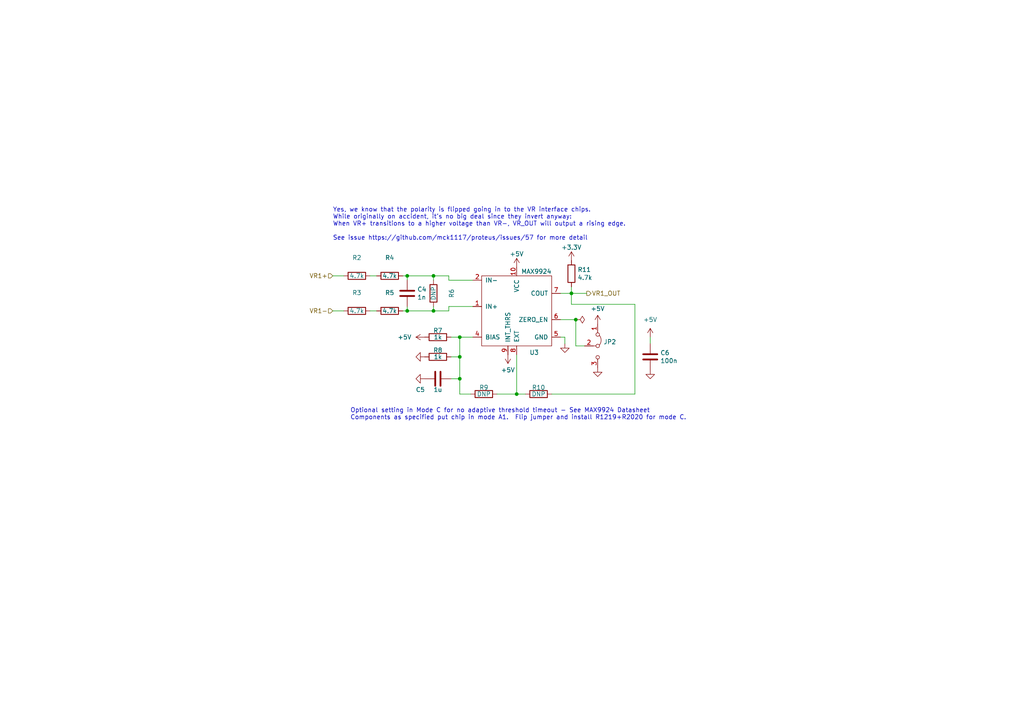
<source format=kicad_sch>
(kicad_sch (version 20230121) (generator eeschema)
  (paper "A4")
  (title_block (title "Polygonus Universal 88p") (date "2023-11-12") (rev "v1.0") (company "FutureProofPerformance.com"))
  (lib_symbols
    (symbol "Device:C" (pin_numbers hide) (pin_names (offset 0.254))
      (property "Reference" "C" (at 0.635 2.54 0))
      (property "Value" "C" (at 0.635 -2.54 0))
      (symbol "C_0_1"
        (polyline (pts (xy -2.032 -0.762) (xy 2.032 -0.762)) (stroke (width 0.508)))
        (polyline (pts (xy -2.032 0.762) (xy 2.032 0.762)) (stroke (width 0.508)))
      )
      (symbol "C_1_1"
        (pin passive line (at 0 3.81 270) (length 2.794) (name "~") (number "1"))
        (pin passive line (at 0 -3.81 90) (length 2.794) (name "~") (number "2"))
      )
    )
    (symbol "Device:R" (pin_numbers hide) (pin_names (offset 0))
      (property "Reference" "R" (at 2.032 0 90))
      (property "Value" "R" (at 0 0 90))
      (symbol "R_0_1"
        (rectangle (start -1.016 -2.54) (end 1.016 2.54) (stroke (width 0.254)))
      )
      (symbol "R_1_1"
        (pin passive line (at 0 3.81 270) (length 1.27) (name "~") (number "1"))
        (pin passive line (at 0 -3.81 90) (length 1.27) (name "~") (number "2"))
      )
    )
    (symbol "GND_1" (power) (pin_names (offset 0))
      (property "Value" "GND_1" (at 0 -3.81 0))
      (symbol "GND_1_0_1"
        (polyline (pts (xy 0 0) (xy 0 -1.27) (xy 1.27 -1.27) (xy 0 -2.54) (xy -1.27 -1.27) (xy 0 -1.27)))
      )
      (symbol "GND_1_1_1"
        (pin power_in line (at 0 0 270) (length 0) hide (name "GND") (number "1"))
      )
    )
    (symbol "Jumper:Jumper_3_Bridged12" (pin_names (offset 0) hide)
      (property "Reference" "JP" (at -2.54 -2.54 0))
      (property "Value" "Jumper_3_Bridged12" (at 0 2.794 0))
      (symbol "Jumper_3_Bridged12_0_0"
        (circle (center -3.302 0) (radius 0.508))
        (circle (center 0 0) (radius 0.508))
        (circle (center 3.302 0) (radius 0.508))
      )
      (symbol "Jumper_3_Bridged12_0_1"
        (arc (start -0.254 0.508) (mid -1.651 0.9912) (end -3.048 0.508))
        (polyline (pts (xy 0 -1.27) (xy 0 -0.508)))
      )
      (symbol "Jumper_3_Bridged12_1_1"
        (pin passive line (at -6.35 0 0) (length 2.54) (name "A") (number "1"))
        (pin input line (at 0 -3.81 90) (length 2.54) (name "C") (number "2"))
        (pin passive line (at 6.35 0 180) (length 2.54) (name "B") (number "3"))
      )
    )
    (symbol "Simon:DNP" (pin_numbers hide) (pin_names (offset 0))
      (property "Reference" "R8" (at 0 1.905 90))
      (property "Value" "DNP" (at 0 0 90))
      (symbol "DNP_0_1"
        (rectangle (start -1.016 -2.54) (end 1.016 2.54) (stroke (width 0.254)))
      )
      (symbol "DNP_1_1"
        (pin passive line (at 0 3.81 270) (length 1.27) (name "~") (number "1"))
        (pin passive line (at 0 -3.81 90) (length 1.27) (name "~") (number "2"))
      )
    )
    (symbol "Simon:MAX9924" (pin_names (offset 1.016))
      (property "Reference" "U3" (at 5.08 -12.065 0))
      (property "Value" "MAX9924" (at 5.715 11.43 0))
      (symbol "MAX9924_0_1"
        (rectangle (start -10.16 10.16) (end 10.16 -10.16))
      )
      (symbol "MAX9924_1_1"
        (pin input line (at -12.7 1.27 0) (length 2.54) (name "IN+") (number "1"))
        (pin power_in line (at 0 12.7 270) (length 2.54) (name "VCC") (number "10"))
        (pin input line (at -12.7 8.89 0) (length 2.54) (name "IN-") (number "2"))
        (pin no_connect line (at 0 -5.08 0) (length 2.54) hide (name "~") (number "3"))
        (pin input line (at -12.7 -7.62 0) (length 2.54) (name "BIAS") (number "4"))
        (pin power_in line (at 12.7 -7.62 180) (length 2.54) (name "GND") (number "5"))
        (pin input line (at 12.7 -2.54 180) (length 2.54) (name "ZERO_EN") (number "6"))
        (pin output line (at 12.7 5.08 180) (length 2.54) (name "COUT") (number "7"))
        (pin input line (at 0 -12.7 90) (length 2.54) (name "EXT") (number "8"))
        (pin input line (at -2.54 -12.7 90) (length 2.54) (name "INT_THRS") (number "9"))
      )
    )
    (symbol "power:+3.3V" (power) (pin_names (offset 0))
      (property "Value" "+3.3V" (at 0 3.556 0))
      (symbol "+3.3V_0_1"
        (polyline (pts (xy -0.762 1.27) (xy 0 2.54)))
        (polyline (pts (xy 0 0) (xy 0 2.54)))
        (polyline (pts (xy 0 2.54) (xy 0.762 1.27)))
      )
      (symbol "+3.3V_1_1"
        (pin power_in line (at 0 0 90) (length 0) hide (name "+3.3V") (number "1"))
      )
    )
    (symbol "power:+5V" (power) (pin_names (offset 0))
      (property "Value" "+5V" (at 0 3.556 0))
      (symbol "+5V_0_1"
        (polyline (pts (xy -0.762 1.27) (xy 0 2.54)))
        (polyline (pts (xy 0 0) (xy 0 2.54)))
        (polyline (pts (xy 0 2.54) (xy 0.762 1.27)))
      )
      (symbol "+5V_1_1"
        (pin power_in line (at 0 0 90) (length 0) hide (name "+5V") (number "1"))
      )
    )
    (symbol "power:PWR_FLAG" (power) (pin_numbers hide) (pin_names (offset 0) hide)
      (property "Value" "PWR_FLAG" (at 0 3.81 0))
      (symbol "PWR_FLAG_0_0"
        (pin power_out line (at 0 0 90) (length 0) (name "pwr") (number "1"))
      )
      (symbol "PWR_FLAG_0_1"
        (polyline (pts (xy 0 0) (xy 0 1.27) (xy -1.016 1.905) (xy 0 2.54) (xy 1.016 1.905) (xy 0 1.27)))
      )
    )
  )
  (junction (at 125.73 90.17))
  (junction (at 149.86 114.3))
  (junction (at 118.11 80.01))
  (junction (at 167.005 92.71))
  (junction (at 133.35 103.505))
  (junction (at 125.73 80.01))
  (junction (at 133.35 97.79))
  (junction (at 165.735 85.09))
  (junction (at 133.35 109.855))
  (junction (at 118.11 90.17))
  (wire (pts (xy 133.35 109.855) (xy 133.35 103.505)))
  (wire (pts (xy 130.81 109.855) (xy 133.35 109.855)))
  (wire (pts (xy 184.15 88.265) (xy 165.735 88.265)))
  (wire (pts (xy 170.18 85.09) (xy 165.735 85.09)))
  (wire (pts (xy 130.81 97.79) (xy 133.35 97.79)))
  (wire (pts (xy 152.4 114.3) (xy 149.86 114.3)))
  (wire (pts (xy 130.81 103.505) (xy 133.35 103.505)))
  (wire (pts (xy 133.35 103.505) (xy 133.35 97.79)))
  (wire (pts (xy 165.735 88.265) (xy 165.735 85.09)))
  (wire (pts (xy 116.84 80.01) (xy 118.11 80.01)))
  (wire (pts (xy 125.73 81.28) (xy 125.73 80.01)))
  (wire (pts (xy 184.15 114.3) (xy 184.15 88.265)))
  (wire (pts (xy 130.175 88.9) (xy 130.175 90.17)))
  (wire (pts (xy 130.175 81.28) (xy 137.16 81.28)))
  (wire (pts (xy 130.175 90.17) (xy 125.73 90.17)))
  (wire (pts (xy 165.735 85.09) (xy 162.56 85.09)))
  (wire (pts (xy 96.52 80.01) (xy 99.695 80.01)))
  (wire (pts (xy 125.73 80.01) (xy 118.11 80.01)))
  (wire (pts (xy 149.86 114.3) (xy 144.145 114.3)))
  (wire (pts (xy 133.35 97.79) (xy 137.16 97.79)))
  (wire (pts (xy 163.83 97.79) (xy 162.56 97.79)))
  (wire (pts (xy 109.22 80.01) (xy 107.315 80.01)))
  (wire (pts (xy 162.56 92.71) (xy 167.005 92.71)))
  (wire (pts (xy 133.35 114.3) (xy 136.525 114.3)))
  (wire (pts (xy 125.73 90.17) (xy 125.73 88.9)))
  (wire (pts (xy 125.73 80.01) (xy 130.175 80.01)))
  (wire (pts (xy 149.86 102.87) (xy 149.86 114.3)))
  (wire (pts (xy 165.735 83.185) (xy 165.735 85.09)))
  (wire (pts (xy 133.35 109.855) (xy 133.35 114.3)))
  (wire (pts (xy 163.83 99.695) (xy 163.83 97.79)))
  (wire (pts (xy 118.11 90.17) (xy 125.73 90.17)))
  (wire (pts (xy 118.11 80.01) (xy 118.11 81.28)))
  (wire (pts (xy 188.595 97.79) (xy 188.595 99.695)))
  (wire (pts (xy 116.84 90.17) (xy 118.11 90.17)))
  (wire (pts (xy 167.005 92.71) (xy 167.005 100.33)))
  (wire (pts (xy 160.02 114.3) (xy 184.15 114.3)))
  (wire (pts (xy 167.005 100.33) (xy 169.545 100.33)))
  (wire (pts (xy 107.315 90.17) (xy 109.22 90.17)))
  (wire (pts (xy 96.52 90.17) (xy 99.695 90.17)))
  (wire (pts (xy 130.175 80.01) (xy 130.175 81.28)))
  (wire (pts (xy 137.16 88.9) (xy 130.175 88.9)))
  (wire (pts (xy 118.11 90.17) (xy 118.11 88.9)))
  (text "Optional setting in Mode C for no adaptive threshold timeout - See MAX9924 Datasheet\nComponents as specified put chip in mode A1.  Flip jumper and install R1219+R2020 for mode C." (at 101.6 121.92 0) (effects (font (size 1.27 1.27)) (justify left bottom)))
  (text "Yes, we know that the polarity is flipped going in to the VR interface chips.\nWhile originally on accident, it’s no big deal since they invert anyway:\nWhen VR+ transitions to a higher voltage than VR-, VR_OUT will output a rising edge.\n\nSee issue https://github.com/mck1117/proteus/issues/57 for more detail" (at 96.52 69.85 0) (effects (font (size 1.27 1.27)) (justify left bottom)))
  (hierarchical_label "VR1_OUT" (shape output) (at 170.18 85.09 0))
  (hierarchical_label "VR1-" (shape input) (at 96.52 90.17 180))
  (hierarchical_label "VR1+" (shape input) (at 96.52 80.01 180))
  (symbol (lib_name "GND_1") (lib_id "power:GND") (at 188.595 107.315 0) (unit 1)
    (property "Reference" "#PWR070" (effects hide))
    (property "Value" "GND" (effects hide))
    (instances (project "Polygonus-Universal-Base" (path "" (reference "#PWR070") (unit 1)) (path "" (reference "#PWR080") (unit 1)) (path "" (reference "#PWR081") (unit 1)) (path "" (reference "#PWR032") (unit 1))))
  )
  (symbol (lib_id "power:+5V") (at 147.32 102.87 180) (unit 1)
    (property "Reference" "#PWR024" (effects hide))
    (property "Value" "+5V" (at 147.32 107.315 0))
  )
  (symbol (lib_id "Device:R") (at 103.505 80.01 270) (unit 1)
    (property "Reference" "R2" (at 103.505 74.7522 90))
    (property "Value" "4.7k" (at 103.505 80.01 90))
    (property "Footprint" "Resistor_SMD:R_0805_2012Metric" (effects hide))
    (property "LCSC" "C17673" (effects hide))
    (property "LCSC_ext" "0" (effects hide))
  )
  (symbol (lib_id "power:+3.3V") (at 165.735 75.565 0) (unit 1)
    (property "Reference" "#PWR037" (effects hide))
    (property "Value" "+3.3V" (at 165.735 71.755 0))
  )
  (symbol (lib_name "GND_1") (lib_id "power:GND") (at 173.355 106.68 0) (unit 1)
    (property "Reference" "#PWR070" (effects hide))
    (property "Value" "GND" (effects hide))
    (instances (project "Polygonus-Universal-Base" (path "" (reference "#PWR070") (unit 1)) (path "" (reference "#PWR080") (unit 1)) (path "" (reference "#PWR081") (unit 1)) (path "" (reference "#PWR033") (unit 1))))
  )
  (symbol (lib_id "Device:C") (at 118.11 85.09 0) (unit 1)
    (property "Reference" "C4" (at 121.031 83.9216 0) (effects (justify left)))
    (property "Value" "1n" (at 121.031 86.233 0) (effects (justify left)))
    (property "Footprint" "Capacitor_SMD:C_0805_2012Metric" (effects hide))
    (property "LCSC" "C46653" (effects hide))
    (property "LCSC_ext" "0" (effects hide))
  )
  (symbol (lib_id "Jumper:Jumper_3_Bridged12") (at 173.355 100.33 270) (unit 1)
    (property "Reference" "JP2" (at 175.0568 99.1616 90) (effects (justify left)))
    (property "Value" "Jumper_3_Bridged12" (effects hide))
    (property "Footprint" "Jumper:SolderJumper-3_P1.3mm_Bridged12_RoundedPad1.0x1.5mm" (effects hide))
    (property "LCSC" "N/A" (effects hide))
  )
  (symbol (lib_name "GND_1") (lib_id "power:GND") (at 123.19 109.855 270) (unit 1)
    (property "Reference" "#PWR070" (effects hide))
    (property "Value" "GND" (effects hide))
    (instances (project "Polygonus-Universal-Base" (path "" (reference "#PWR070") (unit 1)) (path "" (reference "#PWR080") (unit 1)) (path "" (reference "#PWR081") (unit 1)) (path "" (reference "#PWR035") (unit 1))))
  )
  (symbol (lib_id "Device:R") (at 113.03 90.17 270) (unit 1)
    (property "Reference" "R5" (at 113.03 84.9122 90))
    (property "Value" "4.7k" (at 113.03 90.17 90))
    (property "Footprint" "Resistor_SMD:R_0805_2012Metric" (effects hide))
    (property "LCSC" "C17673" (effects hide))
    (property "LCSC_ext" "0" (effects hide))
  )
  (symbol (lib_id "Device:R") (at 125.73 85.09 180) (unit 1)
    (property "Reference" "R6" (at 130.9878 85.09 90))
    (property "Value" "DNP" (at 125.73 85.09 90))
    (property "Footprint" "Resistor_SMD:R_0805_2012Metric" (effects hide))
    (property "PN" "603-RC0402FR-075KL" (effects hide))
    (property "LCSC" "DNP" (effects hide))
  )
  (symbol (lib_id "power:+5V") (at 188.595 97.79 0) (unit 1)
    (property "Reference" "#PWR026" (effects hide))
    (property "Value" "+5V" (at 188.595 92.71 0))
  )
  (symbol (lib_id "Simon:DNP") (at 140.335 114.3 270) (unit 1)
    (property "Reference" "R9" (at 140.335 112.395 90))
    (property "Value" "DNP" (at 140.335 114.3 90))
    (property "Footprint" "Resistor_SMD:R_0805_2012Metric_Pad1.20x1.40mm_HandSolder" (effects hide))
    (property "LCSC" "DNP" (effects hide))
  )
  (symbol (lib_id "power:+5V") (at 123.19 97.79 90) (unit 1)
    (property "Reference" "#PWR0116" (effects hide))
    (property "Value" "+5V" (at 119.38 97.79 90) (effects (justify left)))
  )
  (symbol (lib_id "Simon:MAX9924") (at 149.86 90.17 0) (unit 1)
    (property "Reference" "U3" (at 154.94 102.235 0))
    (property "Value" "MAX9924" (at 155.575 78.74 0))
    (property "Footprint" "Package_SO:MSOP-10_3x3mm_P0.5mm" (effects hide))
    (property "LCSC" "C143633" (effects hide))
  )
  (symbol (lib_id "power:+5V") (at 173.355 93.98 0) (unit 1)
    (property "Reference" "#PWR025" (effects hide))
    (property "Value" "+5V" (at 173.355 89.535 0))
  )
  (symbol (lib_id "Device:R") (at 127 97.79 90) (unit 1)
    (property "Reference" "R7" (at 127 95.885 90))
    (property "Value" "1k" (at 127 97.79 90))
    (property "Footprint" "Resistor_SMD:R_0805_2012Metric" (effects hide))
    (property "LCSC" "C17513" (effects hide))
    (property "LCSC_ext" "0" (effects hide))
  )
  (symbol (lib_id "Device:R") (at 165.735 79.375 0) (unit 1)
    (property "Reference" "R11" (at 167.513 78.2066 0) (effects (justify left)))
    (property "Value" "4.7k" (at 167.513 80.518 0) (effects (justify left)))
    (property "Footprint" "Resistor_SMD:R_0805_2012Metric" (effects hide))
    (property "LCSC" "C17673" (effects hide))
    (property "LCSC_ext" "0" (effects hide))
  )
  (symbol (lib_id "power:+5V") (at 149.86 77.47 0) (unit 1)
    (property "Reference" "#PWR023" (effects hide))
    (property "Value" "+5V" (at 149.86 73.66 0))
  )
  (symbol (lib_id "power:PWR_FLAG") (at 167.005 92.71 270) (unit 1)
    (property "Reference" "#FLG01" (effects hide))
    (property "Value" "PWR_FLAG" (effects hide))
  )
  (symbol (lib_name "GND_1") (lib_id "power:GND") (at 123.19 103.505 270) (unit 1)
    (property "Reference" "#PWR070" (effects hide))
    (property "Value" "GND" (effects hide))
    (instances (project "Polygonus-Universal-Base" (path "" (reference "#PWR070") (unit 1)) (path "" (reference "#PWR080") (unit 1)) (path "" (reference "#PWR081") (unit 1)) (path "" (reference "#PWR036") (unit 1))))
  )
  (symbol (lib_name "GND_1") (lib_id "power:GND") (at 163.83 99.695 0) (unit 1)
    (property "Reference" "#PWR070" (effects hide))
    (property "Value" "GND" (effects hide))
    (instances (project "Polygonus-Universal-Base" (path "" (reference "#PWR070") (unit 1)) (path "" (reference "#PWR080") (unit 1)) (path "" (reference "#PWR081") (unit 1)) (path "" (reference "#PWR034") (unit 1))))
  )
  (symbol (lib_id "Device:C") (at 127 109.855 270) (unit 1)
    (property "Reference" "C5" (at 121.92 113.03 90))
    (property "Value" "1u" (at 127 113.03 90))
    (property "Footprint" "Capacitor_SMD:C_0805_2012Metric" (effects hide))
    (property "LCSC" "C28323" (effects hide))
    (property "LCSC_ext" "0" (effects hide))
  )
  (symbol (lib_id "Device:C") (at 188.595 103.505 0) (unit 1)
    (property "Reference" "C6" (at 191.516 102.3366 0) (effects (justify left)))
    (property "Value" "100n" (at 191.516 104.648 0) (effects (justify left)))
    (property "Footprint" "Capacitor_SMD:C_0805_2012Metric_Pad1.18x1.45mm_HandSolder" (effects hide))
    (property "LCSC" "C28323" (effects hide))
    (property "LCSC_ext" "0" (effects hide))
  )
  (symbol (lib_id "Device:R") (at 103.505 90.17 270) (unit 1)
    (property "Reference" "R3" (at 103.505 84.9122 90))
    (property "Value" "4.7k" (at 103.505 90.17 90))
    (property "Footprint" "Resistor_SMD:R_0805_2012Metric" (effects hide))
    (property "LCSC" "C17673" (effects hide))
    (property "LCSC_ext" "0" (effects hide))
  )
  (symbol (lib_id "Device:R") (at 127 103.505 90) (unit 1)
    (property "Reference" "R8" (at 127 101.6 90))
    (property "Value" "1k" (at 127 103.505 90))
    (property "Footprint" "Resistor_SMD:R_0805_2012Metric" (effects hide))
    (property "LCSC" "C17513" (effects hide))
    (property "LCSC_ext" "0" (effects hide))
  )
  (symbol (lib_id "Device:R") (at 113.03 80.01 270) (unit 1)
    (property "Reference" "R4" (at 113.03 74.7522 90))
    (property "Value" "4.7k" (at 113.03 80.01 90))
    (property "Footprint" "Resistor_SMD:R_0805_2012Metric" (effects hide))
    (property "LCSC" "C17673" (effects hide))
    (property "LCSC_ext" "0" (effects hide))
  )
  (symbol (lib_id "Simon:DNP") (at 156.21 114.3 270) (unit 1)
    (property "Reference" "R10" (at 156.21 112.395 90))
    (property "Value" "DNP" (at 156.21 114.3 90))
    (property "Footprint" "Resistor_SMD:R_0805_2012Metric_Pad1.20x1.40mm_HandSolder" (effects hide))
    (property "LCSC" "DNP" (effects hide))
  )
)
</source>
